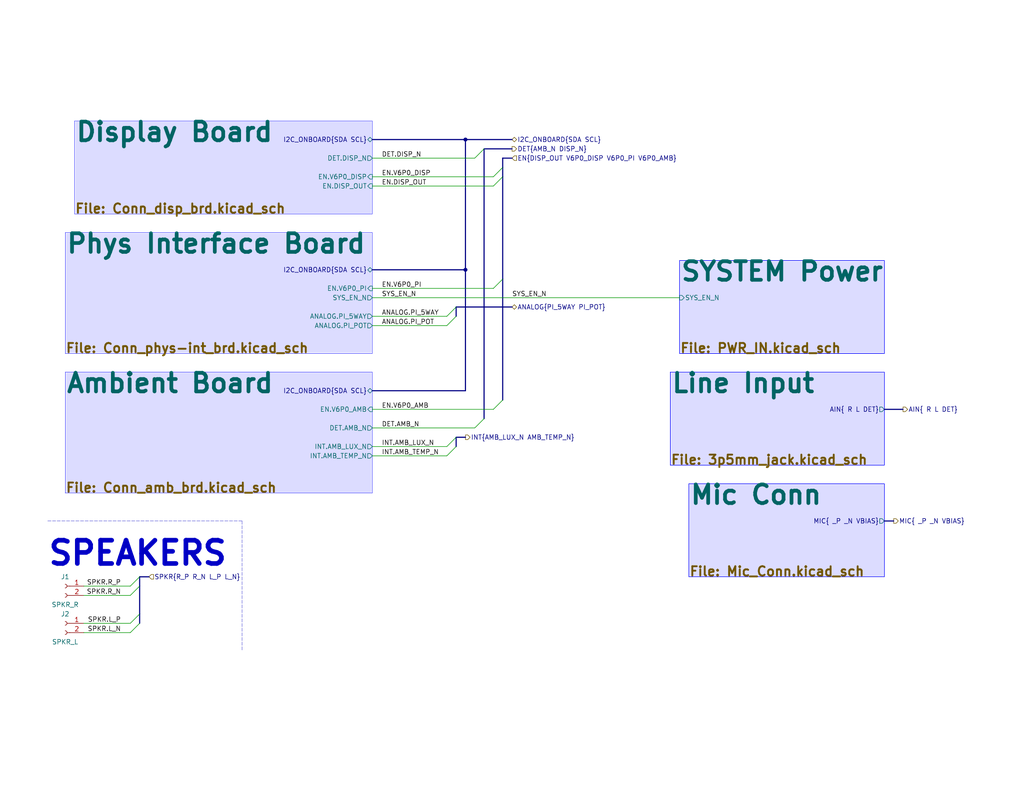
<source format=kicad_sch>
(kicad_sch (version 20211123) (generator eeschema)
  (paper "A")
  (title_block (title "Clock-Radio Main") (date "2022-03-05") (rev "0.5") (company "Ruralguru Projects") (comment 1 "Earl Watkins"))
  (lib_symbols
    (symbol "Connector:Conn_01x02_Female" (pin_names (offset 1.016) hide)
      (property "Reference" "J" (at 0 2.54 0))
      (property "Value" "Conn_01x02_Female" (at 0 -5.08 0))
      (symbol "Conn_01x02_Female_1_1"
        (arc (start 0 -2.032) (mid -0.508 -2.54) (end 0 -3.048) (stroke (width 0.1524)))
        (polyline (pts (xy -1.27 -2.54) (xy -0.508 -2.54)) (stroke (width 0.1524)))
        (polyline (pts (xy -1.27 0) (xy -0.508 0)) (stroke (width 0.1524)))
        (arc (start 0 0.508) (mid -0.508 0) (end 0 -0.508) (stroke (width 0.1524)))
        (pin passive line (at -5.08 0 0) (length 3.81) (name "Pin_1") (number "1"))
        (pin passive line (at -5.08 -2.54 0) (length 3.81) (name "Pin_2") (number "2"))
      )
    )
  )
  (junction (at 127 73.66))
  (junction (at 127 38.1))
  (bus_entry (at 137.16 109.22) (size -2.54 2.54))
  (bus_entry (at 132.08 40.64) (size -2.54 2.54))
  (bus_entry (at 38.1 170.18) (size -2.54 2.54))
  (bus_entry (at 137.16 45.72) (size -2.54 2.54))
  (bus_entry (at 38.1 167.64) (size -2.54 2.54))
  (bus_entry (at 124.46 121.92) (size -2.54 2.54))
  (bus_entry (at 132.08 114.3) (size -2.54 2.54))
  (bus_entry (at 137.16 76.2) (size -2.54 2.54))
  (bus_entry (at 124.46 86.36) (size -2.54 2.54))
  (bus_entry (at 124.46 83.82) (size -2.54 2.54))
  (bus_entry (at 124.46 119.38) (size -2.54 2.54))
  (bus_entry (at 38.1 160.02) (size -2.54 2.54))
  (bus_entry (at 137.16 48.26) (size -2.54 2.54))
  (bus_entry (at 38.1 157.48) (size -2.54 2.54))
  (bus (pts (xy 132.08 40.64) (xy 139.7 40.64)))
  (wire (pts (xy 22.86 170.18) (xy 35.56 170.18)))
  (bus (pts (xy 139.7 83.82) (xy 124.46 83.82)))
  (bus (pts (xy 137.16 48.26) (xy 137.16 76.2)))
  (bus (pts (xy 127 38.1) (xy 139.7 38.1)))
  (wire (pts (xy 101.6 78.74) (xy 134.62 78.74)))
  (wire (pts (xy 22.86 172.72) (xy 35.56 172.72)))
  (wire (pts (xy 101.6 121.92) (xy 121.92 121.92)))
  (bus (pts (xy 137.16 45.72) (xy 137.16 48.26)))
  (wire (pts (xy 101.6 43.18) (xy 129.54 43.18)))
  (bus (pts (xy 38.1 160.02) (xy 38.1 167.64)))
  (wire (pts (xy 101.6 88.9) (xy 121.92 88.9)))
  (bus (pts (xy 101.6 73.66) (xy 127 73.66)))
  (bus (pts (xy 132.08 40.64) (xy 132.08 114.3)))
  (bus (pts (xy 127 119.38) (xy 124.46 119.38)))
  (bus (pts (xy 127 73.66) (xy 127 106.68)))
  (wire (pts (xy 22.86 162.56) (xy 35.56 162.56)))
  (bus (pts (xy 38.1 157.48) (xy 40.64 157.48)))
  (wire (pts (xy 101.6 50.8) (xy 134.62 50.8)))
  (bus (pts (xy 38.1 157.48) (xy 38.1 160.02)))
  (bus (pts (xy 38.1 167.64) (xy 38.1 170.18)))
  (wire (pts (xy 101.6 86.36) (xy 121.92 86.36)))
  (polyline (pts (xy 66.04 142.24) (xy 66.04 177.8)) (stroke (width 0.0254)))
  (bus (pts (xy 137.16 43.18) (xy 137.16 45.72)))
  (wire (pts (xy 101.6 124.46) (xy 121.92 124.46)))
  (bus (pts (xy 241.3 111.76) (xy 246.38 111.76)))
  (polyline (pts (xy 66.04 142.24) (xy 12.7 142.24)) (stroke (width 0.0254)))
  (bus (pts (xy 101.6 38.1) (xy 127 38.1)))
  (wire (pts (xy 101.6 116.84) (xy 129.54 116.84)))
  (wire (pts (xy 101.6 48.26) (xy 134.62 48.26)))
  (bus (pts (xy 124.46 119.38) (xy 124.46 121.92)))
  (bus (pts (xy 127 38.1) (xy 127 73.66)))
  (wire (pts (xy 22.86 160.02) (xy 35.56 160.02)))
  (bus (pts (xy 241.3 142.24) (xy 243.84 142.24)))
  (bus (pts (xy 137.16 76.2) (xy 137.16 109.22)))
  (wire (pts (xy 101.6 111.76) (xy 134.62 111.76)))
  (bus (pts (xy 124.46 83.82) (xy 124.46 86.36)))
  (bus (pts (xy 139.7 43.18) (xy 137.16 43.18)))
  (wire (pts (xy 101.6 81.28) (xy 185.42 81.28)))
  (bus (pts (xy 101.6 106.68) (xy 127 106.68)))
  (text "${SHEETNAME}" (at 12.7 30.48 0) (effects (font (size 10.16 10.16) (thickness 2.032) bold) (justify left bottom)))
  (text "SPEAKERS" (at 12.7 154.94 0) (effects (font (size 6.35 6.35) (thickness 1.27) bold) (justify left bottom)))
  (label "EN.V6P0_DISP" (at 104.14 48.26 0))
  (label "EN.V6P0_PI" (at 104.14 78.74 0))
  (label "SPKR.R_P" (at 33.02 160.02 180))
  (label "SPKR.R_N" (at 33.02 162.56 180))
  (label "ANALOG.PI_POT" (at 104.14 88.9 0))
  (label "EN.V6P0_AMB" (at 104.14 111.76 0))
  (label "SPKR.L_N" (at 33.02 172.72 180))
  (label "DET.DISP_N" (at 104.14 43.18 0))
  (label "SYS_EN_N" (at 139.7 81.28 0))
  (label "INT.AMB_TEMP_N" (at 104.14 124.46 0))
  (label "INT.AMB_LUX_N" (at 104.14 121.92 0))
  (label "ANALOG.PI_5WAY" (at 104.14 86.36 0))
  (label "SPKR.L_P" (at 33.02 170.18 180))
  (label "SYS_EN_N" (at 104.14 81.28 0))
  (label "DET.AMB_N" (at 104.14 116.84 0))
  (label "EN.DISP_OUT" (at 104.14 50.8 0))
  (hierarchical_label "INT{AMB_LUX_N AMB_TEMP_N}" (shape output) (at 127 119.38 0))
  (hierarchical_label "AIN{ R L DET}" (shape output) (at 246.38 111.76 0))
  (hierarchical_label "ANALOG{PI_5WAY PI_POT}" (shape bidirectional) (at 139.7 83.82 0))
  (hierarchical_label "DET{AMB_N DISP_N}" (shape output) (at 139.7 40.64 0))
  (hierarchical_label "SPKR{R_P R_N L_P L_N}" (shape input) (at 40.64 157.48 0))
  (hierarchical_label "MIC{ _P _N VBIAS}" (shape output) (at 243.84 142.24 0))
  (hierarchical_label "I2C_ONBOARD{SDA SCL}" (shape bidirectional) (at 139.7 38.1 0))
  (hierarchical_label "EN{DISP_OUT V6P0_DISP V6P0_PI V6P0_AMB}" (shape input) (at 139.7 43.18 0))
  (symbol (lib_id "Connector:Conn_01x02_Female") (at 17.78 160.02 0) (mirror y) (unit 1)
    (property "Reference" "J1" (at 17.78 157.48 0))
    (property "Value" "SPKR_R" (at 17.78 165.1 0))
    (property "Footprint" "Connector_PinHeader_2.54mm:PinHeader_1x02_P2.54mm_Vertical" (effects hide))
    (property "Status" "ALWAYS" (effects hide))
  )
  (symbol (lib_id "Connector:Conn_01x02_Female") (at 17.78 170.18 0) (mirror y) (unit 1)
    (property "Reference" "J2" (at 17.78 167.64 0))
    (property "Value" "SPKR_L" (at 17.78 175.26 0))
    (property "Footprint" "Connector_PinHeader_2.54mm:PinHeader_1x02_P2.54mm_Vertical" (effects hide))
    (property "Status" "ALWAYS" (effects hide))
  )
  (sheet (at 17.78 101.6) (size 83.82 33.02) (stroke (width 0.0762) (color 0 0 255 1)) (fill (color 220 220 255 1.0000))
    (property "Sheet name" "Ambient Board" (at 17.78 101.6 0) (effects (font (size 5.08 5.08) bold) (justify left top)))
    (property "Sheet file" "Conn_amb_brd.kicad_sch" (at 17.78 134.62 0) (effects (font (size 2.54 2.54) bold) (justify left bottom)))
    (property "Page #" "${#}" (at 101.6 134.62 0) (effects (font (size 2.54 2.54) bold) (justify right bottom)))
    (pin "INT.AMB_LUX_N" output (at 101.6 121.92 0))
    (pin "INT.AMB_TEMP_N" output (at 101.6 124.46 0))
    (pin "DET.AMB_N" output (at 101.6 116.84 0))
    (pin "EN.V6P0_AMB" input (at 101.6 111.76 0))
    (pin "I2C_ONBOARD{SDA SCL}" bidirectional (at 101.6 106.68 0))
  )
  (sheet (at 17.78 63.5) (size 83.82 33.02) (stroke (width 0.0762) (color 0 0 255 1)) (fill (color 220 220 255 1.0000))
    (property "Sheet name" "Phys Interface Board" (at 17.78 63.5 0) (effects (font (size 5.08 5.08) bold) (justify left top)))
    (property "Sheet file" "Conn_phys-int_brd.kicad_sch" (at 17.78 96.52 0) (effects (font (size 2.54 2.54) bold) (justify left bottom)))
    (property "Page #" "${#}" (at 101.6 96.52 0) (effects (font (size 2.54 2.54) bold) (justify right bottom)))
    (pin "ANALOG.PI_5WAY" output (at 101.6 86.36 0))
    (pin "EN.V6P0_PI" input (at 101.6 78.74 0))
    (pin "SYS_EN_N" output (at 101.6 81.28 0))
    (pin "ANALOG.PI_POT" output (at 101.6 88.9 0))
    (pin "I2C_ONBOARD{SDA SCL}" bidirectional (at 101.6 73.66 0))
  )
  (sheet (at 182.88 101.6) (size 58.42 25.4) (stroke (width 0.1524) (color 0 0 255 1)) (fill (color 220 220 255 1.0000))
    (property "Sheet name" "Line Input" (at 182.88 101.6 0) (effects (font (size 5.08 5.08) bold) (justify left top)))
    (property "Sheet file" "3p5mm_jack.kicad_sch" (at 182.88 127 0) (effects (font (size 2.54 2.54) bold) (justify left bottom)))
    (property "Page #" "${#}" (at 241.3 127 0) (effects (font (size 2.54 2.54) bold) (justify right bottom)))
    (pin "AIN{ R L DET}" output (at 241.3 111.76 0))
  )
  (sheet (at 20.32 33.02) (size 81.28 25.4) (stroke (width 0.0762) (color 0 0 255 1)) (fill (color 220 220 255 1.0000))
    (property "Sheet name" "Display Board" (at 20.32 33.02 0) (effects (font (size 5.08 5.08) bold) (justify left top)))
    (property "Sheet file" "Conn_disp_brd.kicad_sch" (at 20.32 58.42 0) (effects (font (size 2.54 2.54) bold) (justify left bottom)))
    (property "Page #" "${#}" (at 101.6 58.42 0) (effects (font (size 2.54 2.54) bold) (justify right bottom)))
    (pin "I2C_ONBOARD{SDA SCL}" bidirectional (at 101.6 38.1 0))
    (pin "EN.DISP_OUT" input (at 101.6 50.8 0))
    (pin "DET.DISP_N" output (at 101.6 43.18 0))
    (pin "EN.V6P0_DISP" input (at 101.6 48.26 0))
  )
  (sheet (at 187.96 132.08) (size 53.34 25.4) (stroke (width 0.1524) (color 0 0 255 1)) (fill (color 220 220 255 1.0000))
    (property "Sheet name" "Mic Conn" (at 187.96 132.08 0) (effects (font (size 5.08 5.08) bold) (justify left top)))
    (property "Sheet file" "Mic_Conn.kicad_sch" (at 187.96 157.48 0) (effects (font (size 2.54 2.54) bold) (justify left bottom)))
    (property "Page #" "${#}" (at 241.3 157.48 0) (effects (font (size 2.54 2.54) bold) (justify right bottom)))
    (pin "MIC{ _P _N VBIAS}" output (at 241.3 142.24 0))
  )
  (sheet (at 185.42 71.12) (size 55.88 25.4) (stroke (width 0.1524) (color 0 0 255 1)) (fill (color 220 220 255 1.0000))
    (property "Sheet name" "SYSTEM Power" (at 185.42 71.12 0) (effects (font (size 5.08 5.08) bold) (justify left top)))
    (property "Sheet file" "PWR_IN.kicad_sch" (at 185.42 96.52 0) (effects (font (size 2.54 2.54) bold) (justify left bottom)))
    (property "Page #" "${#}" (at 241.3 96.52 0) (effects (font (size 2.54 2.54) bold) (justify right bottom)))
    (pin "SYS_EN_N" input (at 185.42 81.28 180))
  )
)
</source>
